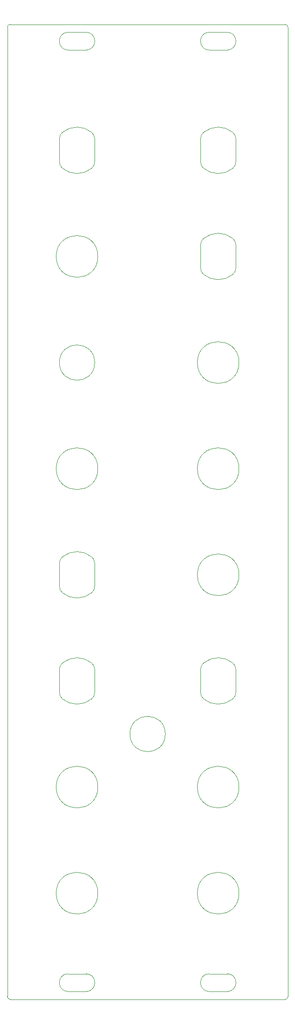
<source format=gm1>
%TF.GenerationSoftware,KiCad,Pcbnew,(5.1.8-0-10_14)*%
%TF.CreationDate,2021-10-26T21:15:47+01:00*%
%TF.ProjectId,dual-digi-delay-frontpanel,6475616c-2d64-4696-9769-2d64656c6179,rev?*%
%TF.SameCoordinates,Original*%
%TF.FileFunction,Profile,NP*%
%FSLAX46Y46*%
G04 Gerber Fmt 4.6, Leading zero omitted, Abs format (unit mm)*
G04 Created by KiCad (PCBNEW (5.1.8-0-10_14)) date 2021-10-26 21:15:47*
%MOMM*%
%LPD*%
G01*
G04 APERTURE LIST*
%TA.AperFunction,Profile*%
%ADD10C,0.100000*%
%TD*%
G04 APERTURE END LIST*
D10*
%TO.C,Ref\u002A\u002A*%
X106044886Y-142491000D02*
G75*
G03*
X106044886Y-142491000I-3174999J0D01*
G01*
X93344886Y-75816001D02*
G75*
G03*
X93344886Y-75816001I-3175000J0D01*
G01*
X93919942Y-56766001D02*
G75*
G03*
X93919942Y-56766001I-3750056J0D01*
G01*
X93344886Y-39788895D02*
X93344886Y-35643106D01*
X86994886Y-35643106D02*
X86994886Y-39788895D01*
X118744885Y-39788895D02*
X118744885Y-35643106D01*
X112394885Y-35643106D02*
X112394885Y-39788895D01*
X118744885Y-58838895D02*
X118744885Y-54693106D01*
X112394885Y-54693106D02*
X112394885Y-58838895D01*
X119319942Y-75816001D02*
G75*
G03*
X119319942Y-75816001I-3750056J0D01*
G01*
X119319942Y-94866000D02*
G75*
G03*
X119319942Y-94866000I-3750056J0D01*
G01*
X119319942Y-113916000D02*
G75*
G03*
X119319942Y-113916000I-3750056J0D01*
G01*
X93919942Y-94866000D02*
G75*
G03*
X93919942Y-94866000I-3750056J0D01*
G01*
X118744885Y-135038894D02*
X118744885Y-130893106D01*
X112394885Y-130893106D02*
X112394885Y-135038894D01*
X93344886Y-135038894D02*
X93344886Y-130893106D01*
X86994886Y-130893106D02*
X86994886Y-135038894D01*
X119319942Y-152016000D02*
G75*
G03*
X119319942Y-152016000I-3750056J0D01*
G01*
X93919942Y-152016000D02*
G75*
G03*
X93919942Y-152016000I-3750056J0D01*
G01*
X93919942Y-171066000D02*
G75*
G03*
X93919942Y-171066000I-3750056J0D01*
G01*
X119319942Y-171066000D02*
G75*
G03*
X119319942Y-171066000I-3750056J0D01*
G01*
X93344886Y-115988894D02*
X93344886Y-111843106D01*
X86994886Y-111843106D02*
X86994886Y-115988894D01*
X86994886Y-187028376D02*
X86994886Y-187203382D01*
X91845016Y-185528506D02*
X88495010Y-185528506D01*
X93344886Y-187203382D02*
X93344886Y-187028376D01*
X88495010Y-188703506D02*
X91845016Y-188703506D01*
X112394885Y-187028376D02*
X112394885Y-187203382D01*
X117245016Y-185528506D02*
X113895010Y-185528506D01*
X118744885Y-187203382D02*
X118744885Y-187028376D01*
X113895010Y-188703506D02*
X117245016Y-188703506D01*
X112394885Y-18028461D02*
X112394885Y-18203466D01*
X117245016Y-16528590D02*
X113895010Y-16528590D01*
X118744885Y-18203466D02*
X118744885Y-18028461D01*
X113895010Y-19703590D02*
X117245016Y-19703590D01*
X86994886Y-18028461D02*
X86994886Y-18203466D01*
X91845016Y-16528590D02*
X88495010Y-16528590D01*
X93344886Y-18203466D02*
X93344886Y-18028461D01*
X88495010Y-19703590D02*
X91845016Y-19703590D01*
X78120126Y-15116097D02*
X127619899Y-15116097D01*
X77620000Y-189615874D02*
X77620000Y-15615969D01*
X127619899Y-190116000D02*
X78120126Y-190116000D01*
X128120025Y-15615969D02*
X128120025Y-189615874D01*
X92788093Y-34475990D02*
G75*
G02*
X93345140Y-35643086I-943077J-1166609D01*
G01*
X93345139Y-39788915D02*
G75*
G02*
X92788094Y-40956011I-1500123J-488D01*
G01*
X92787939Y-40956065D02*
G75*
G02*
X87551834Y-40956066I-2618053J3240064D01*
G01*
X87551932Y-40956011D02*
G75*
G02*
X86994887Y-39788915I943078J1166608D01*
G01*
X86994886Y-35643086D02*
G75*
G02*
X87551933Y-34475990I1500124J487D01*
G01*
X87551832Y-34475935D02*
G75*
G02*
X92787939Y-34475935I2618054J-3240066D01*
G01*
X118188093Y-34475991D02*
G75*
G02*
X118745139Y-35643086I-943077J-1166608D01*
G01*
X118745139Y-39788915D02*
G75*
G02*
X118188093Y-40956011I-1500123J-488D01*
G01*
X118187939Y-40956066D02*
G75*
G02*
X112951833Y-40956066I-2618053J3240065D01*
G01*
X112951932Y-40956012D02*
G75*
G02*
X112394886Y-39788915I943078J1166609D01*
G01*
X112394886Y-35643087D02*
G75*
G02*
X112951932Y-34475990I1500124J488D01*
G01*
X112951832Y-34475937D02*
G75*
G02*
X118187938Y-34475935I2618054J-3240064D01*
G01*
X118188093Y-53525991D02*
G75*
G02*
X118745139Y-54693086I-943077J-1166608D01*
G01*
X118745140Y-58838915D02*
G75*
G02*
X118188093Y-60006011I-1500124J-487D01*
G01*
X118187939Y-60006066D02*
G75*
G02*
X112951833Y-60006066I-2618053J3240065D01*
G01*
X112951933Y-60006011D02*
G75*
G02*
X112394886Y-58838915I943077J1166609D01*
G01*
X112394886Y-54693087D02*
G75*
G02*
X112951932Y-53525990I1500124J488D01*
G01*
X112951832Y-53525937D02*
G75*
G02*
X118187938Y-53525935I2618054J-3240064D01*
G01*
X118188093Y-129725990D02*
G75*
G02*
X118745139Y-130893085I-943077J-1166608D01*
G01*
X118745139Y-135038914D02*
G75*
G02*
X118188093Y-136206010I-1500123J-488D01*
G01*
X118187939Y-136206065D02*
G75*
G02*
X112951833Y-136206065I-2618053J3240065D01*
G01*
X112951932Y-136206011D02*
G75*
G02*
X112394886Y-135038914I943078J1166609D01*
G01*
X112394886Y-130893086D02*
G75*
G02*
X112951932Y-129725989I1500124J488D01*
G01*
X112951832Y-129725936D02*
G75*
G02*
X118187938Y-129725934I2618054J-3240064D01*
G01*
X92788093Y-129725989D02*
G75*
G02*
X93345140Y-130893085I-943077J-1166609D01*
G01*
X93345139Y-135038914D02*
G75*
G02*
X92788094Y-136206010I-1500123J-488D01*
G01*
X92787939Y-136206064D02*
G75*
G02*
X87551834Y-136206065I-2618053J3240064D01*
G01*
X87551932Y-136206010D02*
G75*
G02*
X86994887Y-135038914I943078J1166608D01*
G01*
X86994886Y-130893085D02*
G75*
G02*
X87551933Y-129725989I1500124J487D01*
G01*
X87551832Y-129725934D02*
G75*
G02*
X92787939Y-129725934I2618054J-3240066D01*
G01*
X92788094Y-110675988D02*
G75*
G02*
X93345140Y-111843085I-943078J-1166609D01*
G01*
X93345139Y-115988914D02*
G75*
G02*
X92788094Y-117156010I-1500123J-488D01*
G01*
X92787939Y-117156064D02*
G75*
G02*
X87551834Y-117156065I-2618053J3240064D01*
G01*
X87551932Y-117156010D02*
G75*
G02*
X86994887Y-115988914I943078J1166608D01*
G01*
X86994887Y-111843085D02*
G75*
G02*
X87551933Y-110675989I1500123J488D01*
G01*
X87551832Y-110675934D02*
G75*
G02*
X92787939Y-110675934I2618054J-3240066D01*
G01*
X86994886Y-187028376D02*
G75*
G02*
X88495010Y-185528252I1500124J0D01*
G01*
X91845016Y-185528252D02*
G75*
G02*
X93345140Y-187028376I0J-1500124D01*
G01*
X93345140Y-187203382D02*
G75*
G02*
X91845016Y-188703506I-1500124J0D01*
G01*
X88495010Y-188703506D02*
G75*
G02*
X86994886Y-187203382I0J1500124D01*
G01*
X112394886Y-187028376D02*
G75*
G02*
X113895010Y-185528252I1500124J0D01*
G01*
X117245016Y-185528253D02*
G75*
G02*
X118745139Y-187028376I0J-1500123D01*
G01*
X118745140Y-187203382D02*
G75*
G02*
X117245016Y-188703506I-1500124J0D01*
G01*
X113895010Y-188703507D02*
G75*
G02*
X112394885Y-187203382I0J1500125D01*
G01*
X112394886Y-18028461D02*
G75*
G02*
X113895010Y-16528337I1500124J0D01*
G01*
X117245016Y-16528338D02*
G75*
G02*
X118745139Y-18028461I0J-1500123D01*
G01*
X118745140Y-18203466D02*
G75*
G02*
X117245016Y-19703590I-1500124J0D01*
G01*
X113895010Y-19703591D02*
G75*
G02*
X112394885Y-18203466I0J1500125D01*
G01*
X86994886Y-18028461D02*
G75*
G02*
X88495010Y-16528337I1500124J0D01*
G01*
X91845016Y-16528337D02*
G75*
G02*
X93345140Y-18028461I0J-1500124D01*
G01*
X93345140Y-18203466D02*
G75*
G02*
X91845016Y-19703590I-1500124J0D01*
G01*
X88495010Y-19703590D02*
G75*
G02*
X86994886Y-18203466I0J1500124D01*
G01*
X77620000Y-15615969D02*
G75*
G02*
X78120126Y-15115843I500126J0D01*
G01*
X78120126Y-190116000D02*
G75*
G02*
X77620000Y-189615874I0J500126D01*
G01*
X128120025Y-189615874D02*
G75*
G02*
X127619899Y-190116000I-500126J0D01*
G01*
X127619899Y-15115843D02*
G75*
G02*
X128120025Y-15615969I0J-500126D01*
G01*
%TD*%
M02*

</source>
